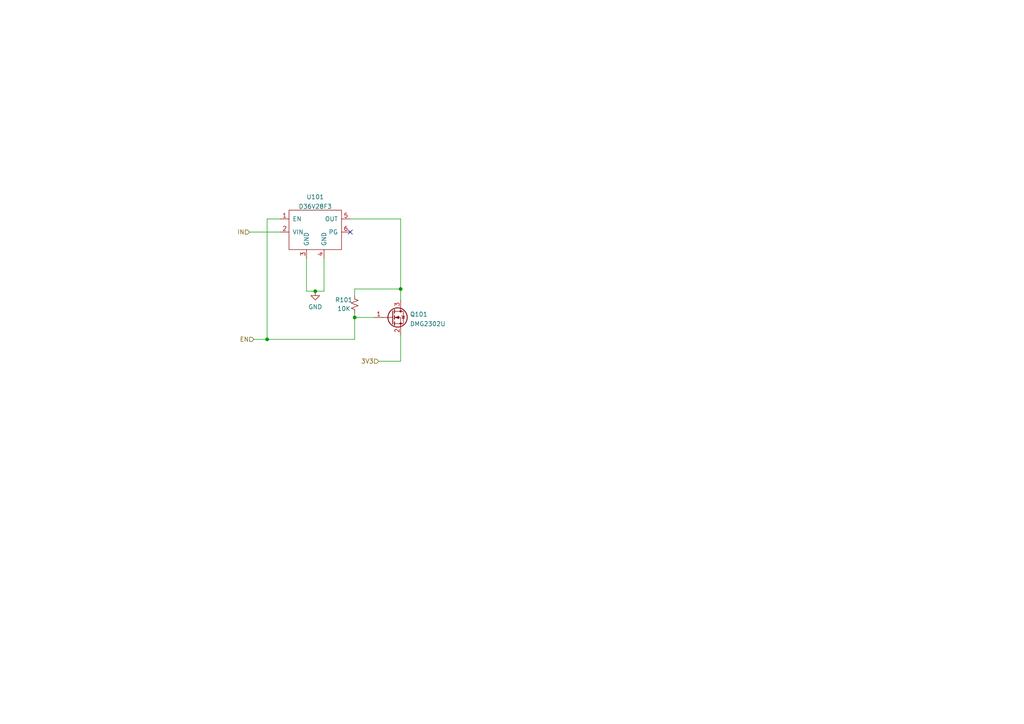
<source format=kicad_sch>
(kicad_sch (version 20211123) (generator eeschema)
  (paper "A4")
  (lib_symbols
    (symbol "Connector_Generic:Conn_02x12_Odd_Even" (pin_names (offset 1.016) hide)
      (property "Reference" "J" (at 1.27 15.24 0))
      (property "Value" "Conn_02x12_Odd_Even" (at 1.27 -17.78 0))
      (symbol "Conn_02x12_Odd_Even_1_1"
        (rectangle (start -1.27 -15.113) (end 0 -15.367) (stroke (width 0.1524)))
        (rectangle (start -1.27 -12.573) (end 0 -12.827) (stroke (width 0.1524)))
        (rectangle (start -1.27 -10.033) (end 0 -10.287) (stroke (width 0.1524)))
        (rectangle (start -1.27 -7.493) (end 0 -7.747) (stroke (width 0.1524)))
        (rectangle (start -1.27 -4.953) (end 0 -5.207) (stroke (width 0.1524)))
        (rectangle (start -1.27 -2.413) (end 0 -2.667) (stroke (width 0.1524)))
        (rectangle (start -1.27 0.127) (end 0 -0.127) (stroke (width 0.1524)))
        (rectangle (start -1.27 2.667) (end 0 2.413) (stroke (width 0.1524)))
        (rectangle (start -1.27 5.207) (end 0 4.953) (stroke (width 0.1524)))
        (rectangle (start -1.27 7.747) (end 0 7.493) (stroke (width 0.1524)))
        (rectangle (start -1.27 10.287) (end 0 10.033) (stroke (width 0.1524)))
        (rectangle (start -1.27 12.827) (end 0 12.573) (stroke (width 0.1524)))
        (rectangle (start -1.27 13.97) (end 3.81 -16.51) (stroke (width 0.254)) (fill (type background)))
        (rectangle (start 3.81 -15.113) (end 2.54 -15.367) (stroke (width 0.1524)))
        (rectangle (start 3.81 -12.573) (end 2.54 -12.827) (stroke (width 0.1524)))
        (rectangle (start 3.81 -10.033) (end 2.54 -10.287) (stroke (width 0.1524)))
        (rectangle (start 3.81 -7.493) (end 2.54 -7.747) (stroke (width 0.1524)))
        (rectangle (start 3.81 -4.953) (end 2.54 -5.207) (stroke (width 0.1524)))
        (rectangle (start 3.81 -2.413) (end 2.54 -2.667) (stroke (width 0.1524)))
        (rectangle (start 3.81 0.127) (end 2.54 -0.127) (stroke (width 0.1524)))
        (rectangle (start 3.81 2.667) (end 2.54 2.413) (stroke (width 0.1524)))
        (rectangle (start 3.81 5.207) (end 2.54 4.953) (stroke (width 0.1524)))
        (rectangle (start 3.81 7.747) (end 2.54 7.493) (stroke (width 0.1524)))
        (rectangle (start 3.81 10.287) (end 2.54 10.033) (stroke (width 0.1524)))
        (rectangle (start 3.81 12.827) (end 2.54 12.573) (stroke (width 0.1524)))
        (pin passive line (at -5.08 12.7 0) (length 3.81) (name "Pin_1") (number "1"))
        (pin passive line (at 7.62 2.54 180) (length 3.81) (name "Pin_10") (number "10"))
        (pin passive line (at -5.08 0 0) (length 3.81) (name "Pin_11") (number "11"))
        (pin passive line (at 7.62 0 180) (length 3.81) (name "Pin_12") (number "12"))
        (pin passive line (at -5.08 -2.54 0) (length 3.81) (name "Pin_13") (number "13"))
        (pin passive line (at 7.62 -2.54 180) (length 3.81) (name "Pin_14") (number "14"))
        (pin passive line (at -5.08 -5.08 0) (length 3.81) (name "Pin_15") (number "15"))
        (pin passive line (at 7.62 -5.08 180) (length 3.81) (name "Pin_16") (number "16"))
        (pin passive line (at -5.08 -7.62 0) (length 3.81) (name "Pin_17") (number "17"))
        (pin passive line (at 7.62 -7.62 180) (length 3.81) (name "Pin_18") (number "18"))
        (pin passive line (at -5.08 -10.16 0) (length 3.81) (name "Pin_19") (number "19"))
        (pin passive line (at 7.62 12.7 180) (length 3.81) (name "Pin_2") (number "2"))
        (pin passive line (at 7.62 -10.16 180) (length 3.81) (name "Pin_20") (number "20"))
        (pin passive line (at -5.08 -12.7 0) (length 3.81) (name "Pin_21") (number "21"))
        (pin passive line (at 7.62 -12.7 180) (length 3.81) (name "Pin_22") (number "22"))
        (pin passive line (at -5.08 -15.24 0) (length 3.81) (name "Pin_23") (number "23"))
        (pin passive line (at 7.62 -15.24 180) (length 3.81) (name "Pin_24") (number "24"))
        (pin passive line (at -5.08 10.16 0) (length 3.81) (name "Pin_3") (number "3"))
        (pin passive line (at 7.62 10.16 180) (length 3.81) (name "Pin_4") (number "4"))
        (pin passive line (at -5.08 7.62 0) (length 3.81) (name "Pin_5") (number "5"))
        (pin passive line (at 7.62 7.62 180) (length 3.81) (name "Pin_6") (number "6"))
        (pin passive line (at -5.08 5.08 0) (length 3.81) (name "Pin_7") (number "7"))
        (pin passive line (at 7.62 5.08 180) (length 3.81) (name "Pin_8") (number "8"))
        (pin passive line (at -5.08 2.54 0) (length 3.81) (name "Pin_9") (number "9"))
      )
    )
    (symbol "D24V50F5:R_Small_US" (pin_numbers hide) (pin_names (offset 0.254) hide)
      (property "Reference" "R" (at 0.762 0.508 0))
      (property "Value" "R_Small_US" (at 0.762 -1.016 0))
      (symbol "R_Small_US_1_1"
        (polyline (pts (xy 0 0) (xy 1.016 -0.381) (xy 0 -0.762) (xy -1.016 -1.143) (xy 0 -1.524)))
        (polyline (pts (xy 0 1.524) (xy 1.016 1.143) (xy 0 0.762) (xy -1.016 0.381) (xy 0 0)))
        (pin passive line (at 0 2.54 270) (length 1.016) (name "~") (number "1"))
        (pin passive line (at 0 -2.54 90) (length 1.016) (name "~") (number "2"))
      )
    )
    (symbol "D36V28F3:D36V28F3" (pin_names (offset 1.016))
      (property "Reference" "U" (at -6.35 1.27 0))
      (property "Value" "D36V28F3" (at 2.54 1.27 0))
      (symbol "D36V28F3_1_1"
        (rectangle (start -7.62 0) (end 7.62 -11.43))
        (pin input line (at -10.16 -2.54 0) (length 2.54) (name "EN") (number "1"))
        (pin input line (at -10.16 -6.35 0) (length 2.54) (name "VIN") (number "2"))
        (pin input line (at -2.54 -13.97 90) (length 2.54) (name "GND") (number "3"))
        (pin input line (at 2.54 -13.97 90) (length 2.54) (name "GND") (number "4"))
        (pin output line (at 10.16 -2.54 180) (length 2.54) (name "OUT") (number "5"))
        (pin output line (at 10.16 -6.35 180) (length 2.54) (name "PG") (number "6"))
      )
    )
    (symbol "Transistor_FET:DMG2302U" (pin_names hide)
      (property "Reference" "Q" (at 5.08 1.905 0))
      (property "Value" "DMG2302U" (at 5.08 0 0))
      (symbol "DMG2302U_0_1"
        (polyline (pts (xy 0.254 0) (xy -2.54 0)))
        (polyline (pts (xy 0.254 1.905) (xy 0.254 -1.905)) (stroke (width 0.254)))
        (polyline (pts (xy 0.762 -1.27) (xy 0.762 -2.286)) (stroke (width 0.254)))
        (polyline (pts (xy 0.762 0.508) (xy 0.762 -0.508)) (stroke (width 0.254)))
        (polyline (pts (xy 0.762 2.286) (xy 0.762 1.27)) (stroke (width 0.254)))
        (polyline (pts (xy 2.54 2.54) (xy 2.54 1.778)))
        (polyline (pts (xy 2.54 -2.54) (xy 2.54 0) (xy 0.762 0)))
        (polyline (pts (xy 0.762 -1.778) (xy 3.302 -1.778) (xy 3.302 1.778) (xy 0.762 1.778)))
        (polyline (pts (xy 1.016 0) (xy 2.032 0.381) (xy 2.032 -0.381) (xy 1.016 0)) (fill (type outline)))
        (polyline (pts (xy 2.794 0.508) (xy 2.921 0.381) (xy 3.683 0.381) (xy 3.81 0.254)))
        (polyline (pts (xy 3.302 0.381) (xy 2.921 -0.254) (xy 3.683 -0.254) (xy 3.302 0.381)))
        (circle (center 1.651 0) (radius 2.794) (stroke (width 0.254)))
        (circle (center 2.54 -1.778) (radius 0.254) (fill (type outline)))
        (circle (center 2.54 1.778) (radius 0.254) (fill (type outline)))
      )
      (symbol "DMG2302U_1_1"
        (pin input line (at -5.08 0 0) (length 2.54) (name "G") (number "1"))
        (pin passive line (at 2.54 -5.08 90) (length 2.54) (name "S") (number "2"))
        (pin passive line (at 2.54 5.08 270) (length 2.54) (name "D") (number "3"))
      )
    )
    (symbol "power:GND" (power) (pin_names (offset 0))
      (property "Value" "GND" (at 0 -3.81 0))
      (symbol "GND_0_1"
        (polyline (pts (xy 0 0) (xy 0 -1.27) (xy 1.27 -1.27) (xy 0 -2.54) (xy -1.27 -1.27) (xy 0 -1.27)))
      )
      (symbol "GND_1_1"
        (pin power_in line (at 0 0 270) (length 0) hide (name "GND") (number "1"))
      )
    )
  )
  (junction (at 102.87 92.075))
  (junction (at 116.205 83.82))
  (junction (at 91.44 84.455))
  (junction (at 77.47 98.425))
  (no_connect (at 101.6 67.31))
  (wire (pts (xy 108.585 92.075) (xy 102.87 92.075)))
  (wire (pts (xy 91.44 84.455) (xy 93.98 84.455)))
  (wire (pts (xy 88.9 74.93) (xy 88.9 84.455)))
  (wire (pts (xy 77.47 98.425) (xy 102.87 98.425)))
  (wire (pts (xy 116.205 97.155) (xy 116.205 104.775)))
  (wire (pts (xy 102.87 90.805) (xy 102.87 92.075)))
  (wire (pts (xy 102.87 83.82) (xy 116.205 83.82)))
  (wire (pts (xy 77.47 63.5) (xy 77.47 98.425)))
  (wire (pts (xy 81.28 63.5) (xy 77.47 63.5)))
  (wire (pts (xy 116.205 83.82) (xy 116.205 86.995)))
  (wire (pts (xy 116.205 63.5) (xy 101.6 63.5)))
  (wire (pts (xy 109.855 104.775) (xy 116.205 104.775)))
  (wire (pts (xy 102.87 83.82) (xy 102.87 85.725)))
  (wire (pts (xy 73.66 98.425) (xy 77.47 98.425)))
  (wire (pts (xy 102.87 92.075) (xy 102.87 98.425)))
  (wire (pts (xy 88.9 84.455) (xy 91.44 84.455)))
  (wire (pts (xy 72.39 67.31) (xy 81.28 67.31)))
  (wire (pts (xy 93.98 74.93) (xy 93.98 84.455)))
  (wire (pts (xy 116.205 63.5) (xy 116.205 83.82)))
  (global_label "6V_AC_SERVO2" (shape input) (at 40.64 -59.69 0) (property "Intersheet References" "${INTERSHEET_REFS}" (effects hide)))
  (global_label "6V_AC_SERVO1" (shape input) (at -48.26 -19.05 180) (property "Intersheet References" "${INTERSHEET_REFS}" (effects hide)))
  (global_label "6V_AC_SERVO1" (shape input) (at -35.56 -59.69 0) (property "Intersheet References" "${INTERSHEET_REFS}" (effects hide)))
  (global_label "6V_AC_SERVO2" (shape input) (at 34.29 -13.97 180) (property "Intersheet References" "${INTERSHEET_REFS}" (effects hide)))
  (hierarchical_label "B2B_GPIO_11" (shape input) (at 34.29 -39.37 180))
  (hierarchical_label "GND" (shape input) (at 46.99 -31.75 0))
  (hierarchical_label "SERVO2" (shape input) (at 27.94 -64.77 180))
  (hierarchical_label "GND" (shape input) (at -48.26 -74.93 180))
  (hierarchical_label "TELEM_RST" (shape input) (at -35.56 -77.47 0))
  (hierarchical_label "GND" (shape input) (at 27.94 -77.47 180))
  (hierarchical_label "CONT_GND" (shape input) (at 27.94 -72.39 180))
  (hierarchical_label "B2B_SPI_MISO" (shape input) (at -35.56 -24.13 0))
  (hierarchical_label "IN" (shape input) (at 72.39 67.31 180))
  (hierarchical_label "TELEM_CS" (shape input) (at -35.56 -82.55 0))
  (hierarchical_label "B2B_I2C_SDA" (shape input) (at -48.26 -59.69 180))
  (hierarchical_label "B2B_GPIO_19" (shape input) (at 34.29 -19.05 180))
  (hierarchical_label "5V" (shape input) (at -35.56 -41.91 0))
  (hierarchical_label "5V" (shape input) (at 27.94 -82.55 180))
  (hierarchical_label "B2B_GPIO_19" (shape input) (at 40.64 -64.77 0))
  (hierarchical_label "B2B_GPIO_13" (shape input) (at 34.29 -34.29 180))
  (hierarchical_label "B2B_GPIO_8" (shape input) (at 46.99 -16.51 0))
  (hierarchical_label "TELEM_INT" (shape input) (at -35.56 -80.01 0))
  (hierarchical_label "TELEM_INT" (shape input) (at -48.26 -39.37 180))
  (hierarchical_label "CONT_3V3" (shape input) (at -35.56 -31.75 0))
  (hierarchical_label "POWER_STATE" (shape input) (at -35.56 -74.93 0))
  (hierarchical_label "5V" (shape input) (at -48.26 -82.55 180))
  (hierarchical_label "SERVO2" (shape input) (at 46.99 -19.05 0))
  (hierarchical_label "VBAT" (shape input) (at -48.26 -87.63 180))
  (hierarchical_label "TELEM_GPIO_5" (shape input) (at 46.99 -24.13 0))
  (hierarchical_label "3V3" (shape input) (at -48.26 -80.01 180))
  (hierarchical_label "B2B_SPI_SCK" (shape input) (at -48.26 -69.85 180))
  (hierarchical_label "B2B_GPIO_10" (shape input) (at 40.64 -87.63 0))
  (hierarchical_label "B2B_GPIO_17" (shape input) (at 34.29 -24.13 180))
  (hierarchical_label "B2B_GPIO_15" (shape input) (at 34.29 -29.21 180))
  (hierarchical_label "TELEM_CS" (shape input) (at -48.26 -41.91 180))
  (hierarchical_label "B2B_GPIO_10" (shape input) (at 34.29 -41.91 180))
  (hierarchical_label "TELEM_GPIO_3" (shape input) (at -35.56 -64.77 0))
  (hierarchical_label "B2B_GPIO_20" (shape input) (at 40.64 -62.23 0))
  (hierarchical_label "SERVO1" (shape input) (at 46.99 -21.59 0))
  (hierarchical_label "9V" (shape input) (at 46.99 -39.37 0))
  (hierarchical_label "VBAT" (shape input) (at -35.56 -46.99 0))
  (hierarchical_label "CONT_GND" (shape input) (at 46.99 -26.67 0))
  (hierarchical_label "B2B_GPIO_16" (shape input) (at 40.64 -72.39 0))
  (hierarchical_label "POWER_STATE" (shape input) (at -48.26 -34.29 180))
  (hierarchical_label "POWER_RESET" (shape input) (at -35.56 -72.39 0))
  (hierarchical_label "B2B_GPIO_18" (shape input) (at 34.29 -21.59 180))
  (hierarchical_label "3V3" (shape input) (at 46.99 -34.29 0))
  (hierarchical_label "3V3" (shape input) (at 27.94 -80.01 180))
  (hierarchical_label "GND" (shape input) (at 27.94 -74.93 180))
  (hierarchical_label "B2B_I2C_SCL" (shape input) (at -35.56 -21.59 0))
  (hierarchical_label "B2B_GPIO_12" (shape input) (at 40.64 -82.55 0))
  (hierarchical_label "POWER_RESET" (shape input) (at -48.26 -31.75 180))
  (hierarchical_label "VBAT" (shape input) (at 46.99 -41.91 0))
  (hierarchical_label "B2B_I2C_SCL" (shape input) (at -48.26 -62.23 180))
  (hierarchical_label "3V3" (shape input) (at 109.855 104.775 180))
  (hierarchical_label "B2B_SPI_MOSI" (shape input) (at -35.56 -26.67 0))
  (hierarchical_label "B2B_GPIO_20" (shape input) (at 34.29 -16.51 180))
  (hierarchical_label "B2B_GPIO_8" (shape input) (at 27.94 -62.23 180))
  (hierarchical_label "GND" (shape input) (at 46.99 -29.21 0))
  (hierarchical_label "B2B_I2C_SDA" (shape input) (at -35.56 -19.05 0))
  (hierarchical_label "9V" (shape input) (at -48.26 -85.09 180))
  (hierarchical_label "3V3" (shape input) (at -35.56 -39.37 0))
  (hierarchical_label "TELEM_RST" (shape input) (at -48.26 -36.83 180))
  (hierarchical_label "EN" (shape input) (at 73.66 98.425 180))
  (hierarchical_label "TELEM_GPIO_5" (shape input) (at 27.94 -69.85 180))
  (hierarchical_label "SERVO1" (shape input) (at 27.94 -67.31 180))
  (hierarchical_label "B2B_GPIO_9" (shape input) (at 46.99 -13.97 0))
  (hierarchical_label "B2B_UART_SDO" (shape input) (at -35.56 -85.09 0))
  (hierarchical_label "B2B_GPIO_14" (shape input) (at 34.29 -31.75 180))
  (hierarchical_label "B2B_GPIO_9" (shape input) (at 27.94 -59.69 180))
  (hierarchical_label "VBAT" (shape input) (at 27.94 -87.63 180))
  (hierarchical_label "5V" (shape input) (at 46.99 -36.83 0))
  (hierarchical_label "B2B_UART_SDI" (shape input) (at -48.26 -46.99 180))
  (hierarchical_label "GND" (shape input) (at -35.56 -36.83 0))
  (hierarchical_label "B2B_GPIO_15" (shape input) (at 40.64 -74.93 0))
  (hierarchical_label "B2B_UART_SDI" (shape input) (at -35.56 -87.63 0))
  (hierarchical_label "B2B_GPIO_16" (shape input) (at 34.29 -26.67 180))
  (hierarchical_label "TELEM_GPIO_4" (shape input) (at -48.26 -21.59 180))
  (hierarchical_label "CONT_3V3" (shape input) (at -48.26 -72.39 180))
  (hierarchical_label "B2B_GPIO_11" (shape input) (at 40.64 -85.09 0))
  (hierarchical_label "B2B_SPI_MOSI" (shape input) (at -48.26 -67.31 180))
  (hierarchical_label "TELEM_GPIO_4" (shape input) (at -35.56 -62.23 0))
  (hierarchical_label "B2B_GPIO_17" (shape input) (at 40.64 -69.85 0))
  (hierarchical_label "TELEM_GPIO_3" (shape input) (at -48.26 -24.13 180))
  (hierarchical_label "TELEM_GPIO_2" (shape input) (at -48.26 -26.67 180))
  (hierarchical_label "TELEM_GPIO_1" (shape input) (at -35.56 -69.85 0))
  (hierarchical_label "B2B_SPI_SCK" (shape input) (at -35.56 -29.21 0))
  (hierarchical_label "GND" (shape input) (at -48.26 -77.47 180))
  (hierarchical_label "B2B_SPI_MISO" (shape input) (at -48.26 -64.77 180))
  (hierarchical_label "GND" (shape input) (at -35.56 -34.29 0))
  (hierarchical_label "9V" (shape input) (at -35.56 -44.45 0))
  (hierarchical_label "B2B_GPIO_13" (shape input) (at 40.64 -80.01 0))
  (hierarchical_label "B2B_GPIO_14" (shape input) (at 40.64 -77.47 0))
  (hierarchical_label "9V" (shape input) (at 27.94 -85.09 180))
  (hierarchical_label "TELEM_GPIO_2" (shape input) (at -35.56 -67.31 0))
  (hierarchical_label "B2B_GPIO_12" (shape input) (at 34.29 -36.83 180))
  (hierarchical_label "B2B_GPIO_18" (shape input) (at 40.64 -67.31 0))
  (hierarchical_label "B2B_UART_SDO" (shape input) (at -48.26 -44.45 180))
  (hierarchical_label "TELEM_GPIO_1" (shape input) (at -48.26 -29.21 180))
  (symbol (lib_id "Connector_Generic:Conn_02x12_Odd_Even") (at 33.02 -74.93 0) (unit 1)
    (property "Reference" "J3" (at 34.29 -92.8665 0))
    (property "Value" "Conn_02x12_Odd_Even" (at 34.29 -90.0914 0))
    (property "Footprint" "Connector_PinHeader_2.54mm:PinHeader_2x12_P2.54mm_Vertical_SMD" (effects hide))
  )
  (symbol (lib_id "D36V28F3:D36V28F3") (at 91.44 60.96 0) (unit 1)
    (property "Reference" "U101" (at 91.44 57.1205 0))
    (property "Value" "D36V28F3" (at 91.44 59.8956 0))
    (property "Footprint" "D36V28F3:D36V28F3" (effects hide))
  )
  (symbol (lib_id "D24V50F5:R_Small_US") (at 102.87 88.265 180) (unit 1)
    (property "Reference" "R101" (at 97.155 86.995 0) (effects (justify right)))
    (property "Value" "10K" (at 97.79 89.535 0) (effects (justify right)))
    (property "Footprint" "Resistor_SMD:R_0805_2012Metric" (effects hide))
  )
  (symbol (lib_id "power:GND") (at 91.44 84.455 0) (unit 1)
    (property "Reference" "#PWR0101" (effects hide))
    (property "Value" "GND" (at 91.44 89.0175 0))
  )
  (symbol (lib_id "Connector_Generic:Conn_02x12_Odd_Even") (at -43.18 -74.93 0) (unit 1)
    (property "Reference" "J1" (at -41.91 -92.8665 0))
    (property "Value" "Conn_02x12_Odd_Even" (at -41.91 -90.17 0))
    (property "Footprint" "Connector_PinHeader_2.54mm:PinHeader_2x12_P2.54mm_Vertical_SMD" (effects hide))
  )
  (symbol (lib_id "Connector_Generic:Conn_02x12_Odd_Even") (at -43.18 -34.29 0) (unit 1)
    (property "Reference" "J2" (at -41.91 -52.2265 0))
    (property "Value" "Conn_02x12_Odd_Even" (at -41.91 -49.4514 0))
    (property "Footprint" "Connector_PinHeader_2.54mm:PinHeader_2x12_P2.54mm_Vertical_SMD" (effects hide))
  )
  (symbol (lib_id "Transistor_FET:DMG2302U") (at 113.665 92.075 0) (unit 1)
    (property "Reference" "Q101" (at 118.872 91.1665 0) (effects (justify left)))
    (property "Value" "DMG2302U" (at 118.872 93.9416 0) (effects (justify left)))
    (property "Footprint" "Package_TO_SOT_SMD:SOT-23" (effects hide))
    (property "Datasheet" "http://www.diodes.com/assets/Datasheets/DMG2302U.pdf" (effects hide))
  )
  (symbol (lib_id "Connector_Generic:Conn_02x12_Odd_Even") (at 39.37 -29.21 0) (unit 1)
    (property "Reference" "J4" (at 40.64 -47.1465 0))
    (property "Value" "Conn_02x12_Odd_Even" (at 40.64 -44.3714 0))
    (property "Footprint" "Connector_PinHeader_2.54mm:PinHeader_2x12_P2.54mm_Vertical_SMD" (effects hide))
  )
)
</source>
